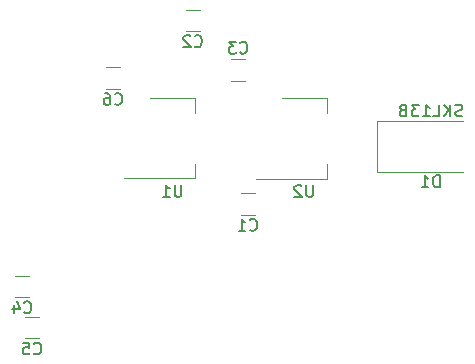
<source format=gbr>
%TF.GenerationSoftware,KiCad,Pcbnew,5.1.6-c6e7f7d~87~ubuntu18.04.1*%
%TF.CreationDate,2021-03-27T09:05:47+01:00*%
%TF.ProjectId,sboxnet-modul,73626f78-6e65-4742-9d6d-6f64756c2e6b,rev?*%
%TF.SameCoordinates,Original*%
%TF.FileFunction,Legend,Bot*%
%TF.FilePolarity,Positive*%
%FSLAX46Y46*%
G04 Gerber Fmt 4.6, Leading zero omitted, Abs format (unit mm)*
G04 Created by KiCad (PCBNEW 5.1.6-c6e7f7d~87~ubuntu18.04.1) date 2021-03-27 09:05:47*
%MOMM*%
%LPD*%
G01*
G04 APERTURE LIST*
%ADD10C,0.120000*%
%ADD11C,0.150000*%
G04 APERTURE END LIST*
D10*
X131655736Y-86440600D02*
X132859864Y-86440600D01*
X131655736Y-88260600D02*
X132859864Y-88260600D01*
X120225736Y-75798000D02*
X121429864Y-75798000D01*
X120225736Y-77618000D02*
X121429864Y-77618000D01*
X143150000Y-84640000D02*
X150450000Y-84640000D01*
X143150000Y-80340000D02*
X150450000Y-80340000D01*
X143150000Y-84640000D02*
X143150000Y-80340000D01*
X132907600Y-85223400D02*
X138917600Y-85223400D01*
X135157600Y-78403400D02*
X138917600Y-78403400D01*
X138917600Y-85223400D02*
X138917600Y-83963400D01*
X138917600Y-78403400D02*
X138917600Y-79663400D01*
X121757000Y-85198000D02*
X127767000Y-85198000D01*
X124007000Y-78378000D02*
X127767000Y-78378000D01*
X127767000Y-85198000D02*
X127767000Y-83938000D01*
X127767000Y-78378000D02*
X127767000Y-79638000D01*
X113355036Y-96918100D02*
X114559164Y-96918100D01*
X113355036Y-98738100D02*
X114559164Y-98738100D01*
X112529536Y-93425600D02*
X113733664Y-93425600D01*
X112529536Y-95245600D02*
X113733664Y-95245600D01*
X132021664Y-76906800D02*
X130817536Y-76906800D01*
X132021664Y-75086800D02*
X130817536Y-75086800D01*
X126980536Y-70895800D02*
X128184664Y-70895800D01*
X126980536Y-72715800D02*
X128184664Y-72715800D01*
D11*
X132424466Y-89527742D02*
X132472085Y-89575361D01*
X132614942Y-89622980D01*
X132710180Y-89622980D01*
X132853038Y-89575361D01*
X132948276Y-89480123D01*
X132995895Y-89384885D01*
X133043514Y-89194409D01*
X133043514Y-89051552D01*
X132995895Y-88861076D01*
X132948276Y-88765838D01*
X132853038Y-88670600D01*
X132710180Y-88622980D01*
X132614942Y-88622980D01*
X132472085Y-88670600D01*
X132424466Y-88718219D01*
X131472085Y-89622980D02*
X132043514Y-89622980D01*
X131757800Y-89622980D02*
X131757800Y-88622980D01*
X131853038Y-88765838D01*
X131948276Y-88861076D01*
X132043514Y-88908695D01*
X120994466Y-78885142D02*
X121042085Y-78932761D01*
X121184942Y-78980380D01*
X121280180Y-78980380D01*
X121423038Y-78932761D01*
X121518276Y-78837523D01*
X121565895Y-78742285D01*
X121613514Y-78551809D01*
X121613514Y-78408952D01*
X121565895Y-78218476D01*
X121518276Y-78123238D01*
X121423038Y-78028000D01*
X121280180Y-77980380D01*
X121184942Y-77980380D01*
X121042085Y-78028000D01*
X120994466Y-78075619D01*
X120137323Y-77980380D02*
X120327800Y-77980380D01*
X120423038Y-78028000D01*
X120470657Y-78075619D01*
X120565895Y-78218476D01*
X120613514Y-78408952D01*
X120613514Y-78789904D01*
X120565895Y-78885142D01*
X120518276Y-78932761D01*
X120423038Y-78980380D01*
X120232561Y-78980380D01*
X120137323Y-78932761D01*
X120089704Y-78885142D01*
X120042085Y-78789904D01*
X120042085Y-78551809D01*
X120089704Y-78456571D01*
X120137323Y-78408952D01*
X120232561Y-78361333D01*
X120423038Y-78361333D01*
X120518276Y-78408952D01*
X120565895Y-78456571D01*
X120613514Y-78551809D01*
X148488095Y-85942380D02*
X148488095Y-84942380D01*
X148250000Y-84942380D01*
X148107142Y-84990000D01*
X148011904Y-85085238D01*
X147964285Y-85180476D01*
X147916666Y-85370952D01*
X147916666Y-85513809D01*
X147964285Y-85704285D01*
X148011904Y-85799523D01*
X148107142Y-85894761D01*
X148250000Y-85942380D01*
X148488095Y-85942380D01*
X146964285Y-85942380D02*
X147535714Y-85942380D01*
X147250000Y-85942380D02*
X147250000Y-84942380D01*
X147345238Y-85085238D01*
X147440476Y-85180476D01*
X147535714Y-85228095D01*
X150392857Y-79894761D02*
X150250000Y-79942380D01*
X150011904Y-79942380D01*
X149916666Y-79894761D01*
X149869047Y-79847142D01*
X149821428Y-79751904D01*
X149821428Y-79656666D01*
X149869047Y-79561428D01*
X149916666Y-79513809D01*
X150011904Y-79466190D01*
X150202380Y-79418571D01*
X150297619Y-79370952D01*
X150345238Y-79323333D01*
X150392857Y-79228095D01*
X150392857Y-79132857D01*
X150345238Y-79037619D01*
X150297619Y-78990000D01*
X150202380Y-78942380D01*
X149964285Y-78942380D01*
X149821428Y-78990000D01*
X149392857Y-79942380D02*
X149392857Y-78942380D01*
X148821428Y-79942380D02*
X149250000Y-79370952D01*
X148821428Y-78942380D02*
X149392857Y-79513809D01*
X147916666Y-79942380D02*
X148392857Y-79942380D01*
X148392857Y-78942380D01*
X147059523Y-79942380D02*
X147630952Y-79942380D01*
X147345238Y-79942380D02*
X147345238Y-78942380D01*
X147440476Y-79085238D01*
X147535714Y-79180476D01*
X147630952Y-79228095D01*
X146726190Y-78942380D02*
X146107142Y-78942380D01*
X146440476Y-79323333D01*
X146297619Y-79323333D01*
X146202380Y-79370952D01*
X146154761Y-79418571D01*
X146107142Y-79513809D01*
X146107142Y-79751904D01*
X146154761Y-79847142D01*
X146202380Y-79894761D01*
X146297619Y-79942380D01*
X146583333Y-79942380D01*
X146678571Y-79894761D01*
X146726190Y-79847142D01*
X145345238Y-79418571D02*
X145202380Y-79466190D01*
X145154761Y-79513809D01*
X145107142Y-79609047D01*
X145107142Y-79751904D01*
X145154761Y-79847142D01*
X145202380Y-79894761D01*
X145297619Y-79942380D01*
X145678571Y-79942380D01*
X145678571Y-78942380D01*
X145345238Y-78942380D01*
X145250000Y-78990000D01*
X145202380Y-79037619D01*
X145154761Y-79132857D01*
X145154761Y-79228095D01*
X145202380Y-79323333D01*
X145250000Y-79370952D01*
X145345238Y-79418571D01*
X145678571Y-79418571D01*
X137769504Y-85765780D02*
X137769504Y-86575304D01*
X137721885Y-86670542D01*
X137674266Y-86718161D01*
X137579028Y-86765780D01*
X137388552Y-86765780D01*
X137293314Y-86718161D01*
X137245695Y-86670542D01*
X137198076Y-86575304D01*
X137198076Y-85765780D01*
X136769504Y-85861019D02*
X136721885Y-85813400D01*
X136626647Y-85765780D01*
X136388552Y-85765780D01*
X136293314Y-85813400D01*
X136245695Y-85861019D01*
X136198076Y-85956257D01*
X136198076Y-86051495D01*
X136245695Y-86194352D01*
X136817123Y-86765780D01*
X136198076Y-86765780D01*
X126618904Y-85740380D02*
X126618904Y-86549904D01*
X126571285Y-86645142D01*
X126523666Y-86692761D01*
X126428428Y-86740380D01*
X126237952Y-86740380D01*
X126142714Y-86692761D01*
X126095095Y-86645142D01*
X126047476Y-86549904D01*
X126047476Y-85740380D01*
X125047476Y-86740380D02*
X125618904Y-86740380D01*
X125333190Y-86740380D02*
X125333190Y-85740380D01*
X125428428Y-85883238D01*
X125523666Y-85978476D01*
X125618904Y-86026095D01*
X114123766Y-100005242D02*
X114171385Y-100052861D01*
X114314242Y-100100480D01*
X114409480Y-100100480D01*
X114552338Y-100052861D01*
X114647576Y-99957623D01*
X114695195Y-99862385D01*
X114742814Y-99671909D01*
X114742814Y-99529052D01*
X114695195Y-99338576D01*
X114647576Y-99243338D01*
X114552338Y-99148100D01*
X114409480Y-99100480D01*
X114314242Y-99100480D01*
X114171385Y-99148100D01*
X114123766Y-99195719D01*
X113219004Y-99100480D02*
X113695195Y-99100480D01*
X113742814Y-99576671D01*
X113695195Y-99529052D01*
X113599957Y-99481433D01*
X113361861Y-99481433D01*
X113266623Y-99529052D01*
X113219004Y-99576671D01*
X113171385Y-99671909D01*
X113171385Y-99910004D01*
X113219004Y-100005242D01*
X113266623Y-100052861D01*
X113361861Y-100100480D01*
X113599957Y-100100480D01*
X113695195Y-100052861D01*
X113742814Y-100005242D01*
X113298266Y-96512742D02*
X113345885Y-96560361D01*
X113488742Y-96607980D01*
X113583980Y-96607980D01*
X113726838Y-96560361D01*
X113822076Y-96465123D01*
X113869695Y-96369885D01*
X113917314Y-96179409D01*
X113917314Y-96036552D01*
X113869695Y-95846076D01*
X113822076Y-95750838D01*
X113726838Y-95655600D01*
X113583980Y-95607980D01*
X113488742Y-95607980D01*
X113345885Y-95655600D01*
X113298266Y-95703219D01*
X112441123Y-95941314D02*
X112441123Y-96607980D01*
X112679219Y-95560361D02*
X112917314Y-96274647D01*
X112298266Y-96274647D01*
X131586266Y-74533942D02*
X131633885Y-74581561D01*
X131776742Y-74629180D01*
X131871980Y-74629180D01*
X132014838Y-74581561D01*
X132110076Y-74486323D01*
X132157695Y-74391085D01*
X132205314Y-74200609D01*
X132205314Y-74057752D01*
X132157695Y-73867276D01*
X132110076Y-73772038D01*
X132014838Y-73676800D01*
X131871980Y-73629180D01*
X131776742Y-73629180D01*
X131633885Y-73676800D01*
X131586266Y-73724419D01*
X131252933Y-73629180D02*
X130633885Y-73629180D01*
X130967219Y-74010133D01*
X130824361Y-74010133D01*
X130729123Y-74057752D01*
X130681504Y-74105371D01*
X130633885Y-74200609D01*
X130633885Y-74438704D01*
X130681504Y-74533942D01*
X130729123Y-74581561D01*
X130824361Y-74629180D01*
X131110076Y-74629180D01*
X131205314Y-74581561D01*
X131252933Y-74533942D01*
X127749266Y-73982942D02*
X127796885Y-74030561D01*
X127939742Y-74078180D01*
X128034980Y-74078180D01*
X128177838Y-74030561D01*
X128273076Y-73935323D01*
X128320695Y-73840085D01*
X128368314Y-73649609D01*
X128368314Y-73506752D01*
X128320695Y-73316276D01*
X128273076Y-73221038D01*
X128177838Y-73125800D01*
X128034980Y-73078180D01*
X127939742Y-73078180D01*
X127796885Y-73125800D01*
X127749266Y-73173419D01*
X127368314Y-73173419D02*
X127320695Y-73125800D01*
X127225457Y-73078180D01*
X126987361Y-73078180D01*
X126892123Y-73125800D01*
X126844504Y-73173419D01*
X126796885Y-73268657D01*
X126796885Y-73363895D01*
X126844504Y-73506752D01*
X127415933Y-74078180D01*
X126796885Y-74078180D01*
M02*

</source>
